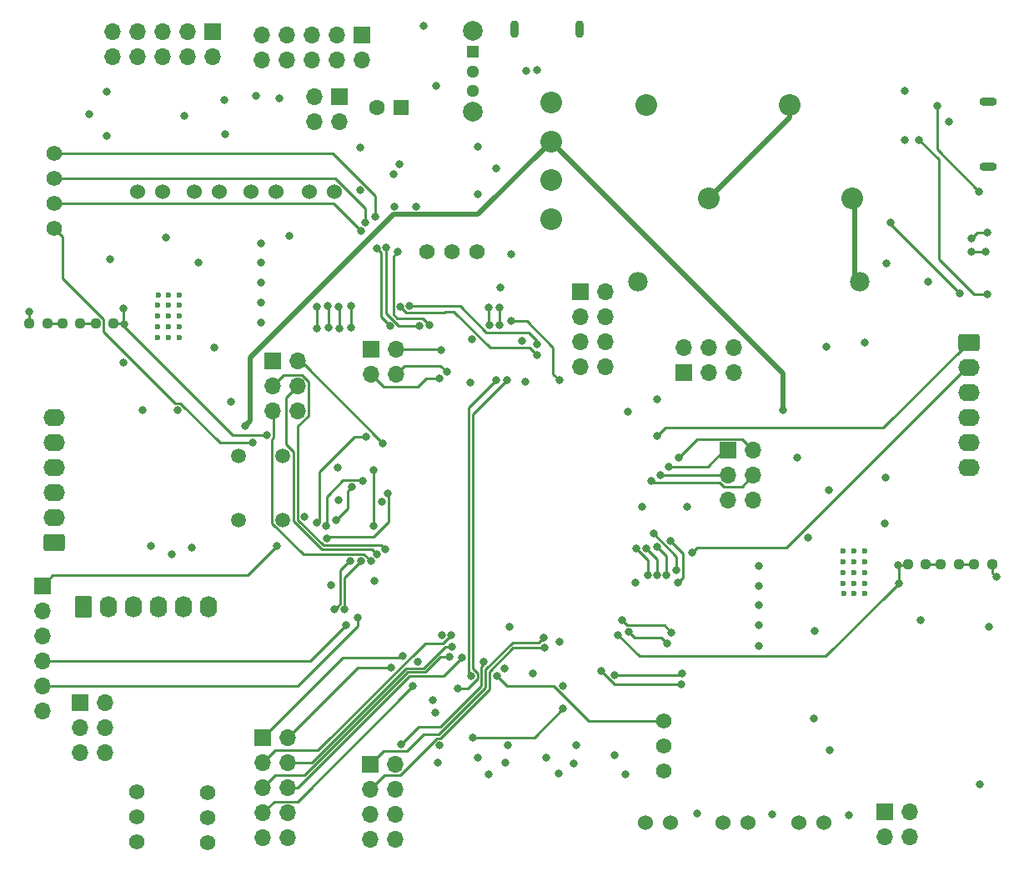
<source format=gbr>
%TF.GenerationSoftware,KiCad,Pcbnew,9.0.2*%
%TF.CreationDate,2025-06-03T12:39:49-07:00*%
%TF.ProjectId,MainBoard,4d61696e-426f-4617-9264-2e6b69636164,0.3*%
%TF.SameCoordinates,Original*%
%TF.FileFunction,Copper,L4,Bot*%
%TF.FilePolarity,Positive*%
%FSLAX46Y46*%
G04 Gerber Fmt 4.6, Leading zero omitted, Abs format (unit mm)*
G04 Created by KiCad (PCBNEW 9.0.2) date 2025-06-03 12:39:49*
%MOMM*%
%LPD*%
G01*
G04 APERTURE LIST*
G04 Aperture macros list*
%AMRoundRect*
0 Rectangle with rounded corners*
0 $1 Rounding radius*
0 $2 $3 $4 $5 $6 $7 $8 $9 X,Y pos of 4 corners*
0 Add a 4 corners polygon primitive as box body*
4,1,4,$2,$3,$4,$5,$6,$7,$8,$9,$2,$3,0*
0 Add four circle primitives for the rounded corners*
1,1,$1+$1,$2,$3*
1,1,$1+$1,$4,$5*
1,1,$1+$1,$6,$7*
1,1,$1+$1,$8,$9*
0 Add four rect primitives between the rounded corners*
20,1,$1+$1,$2,$3,$4,$5,0*
20,1,$1+$1,$4,$5,$6,$7,0*
20,1,$1+$1,$6,$7,$8,$9,0*
20,1,$1+$1,$8,$9,$2,$3,0*%
G04 Aperture macros list end*
%TA.AperFunction,ComponentPad*%
%ADD10C,1.524000*%
%TD*%
%TA.AperFunction,ComponentPad*%
%ADD11RoundRect,0.250000X-0.845000X0.620000X-0.845000X-0.620000X0.845000X-0.620000X0.845000X0.620000X0*%
%TD*%
%TA.AperFunction,ComponentPad*%
%ADD12O,2.190000X1.740000*%
%TD*%
%TA.AperFunction,ComponentPad*%
%ADD13C,1.574800*%
%TD*%
%TA.AperFunction,ComponentPad*%
%ADD14RoundRect,0.250000X0.845000X-0.620000X0.845000X0.620000X-0.845000X0.620000X-0.845000X-0.620000X0*%
%TD*%
%TA.AperFunction,ComponentPad*%
%ADD15R,1.700000X1.700000*%
%TD*%
%TA.AperFunction,ComponentPad*%
%ADD16O,1.700000X1.700000*%
%TD*%
%TA.AperFunction,ComponentPad*%
%ADD17C,0.600000*%
%TD*%
%TA.AperFunction,ComponentPad*%
%ADD18R,1.295400X1.295400*%
%TD*%
%TA.AperFunction,ComponentPad*%
%ADD19C,1.295400*%
%TD*%
%TA.AperFunction,ComponentPad*%
%ADD20C,2.000000*%
%TD*%
%TA.AperFunction,ComponentPad*%
%ADD21RoundRect,0.250000X-0.620000X-0.845000X0.620000X-0.845000X0.620000X0.845000X-0.620000X0.845000X0*%
%TD*%
%TA.AperFunction,ComponentPad*%
%ADD22O,1.740000X2.190000*%
%TD*%
%TA.AperFunction,ComponentPad*%
%ADD23O,1.800000X0.900000*%
%TD*%
%TA.AperFunction,ComponentPad*%
%ADD24C,1.507998*%
%TD*%
%TA.AperFunction,ComponentPad*%
%ADD25C,2.209800*%
%TD*%
%TA.AperFunction,ComponentPad*%
%ADD26R,1.600000X1.600000*%
%TD*%
%TA.AperFunction,ComponentPad*%
%ADD27C,1.600000*%
%TD*%
%TA.AperFunction,ComponentPad*%
%ADD28O,0.900000X1.800000*%
%TD*%
%TA.AperFunction,ComponentPad*%
%ADD29C,1.980000*%
%TD*%
%TA.AperFunction,SMDPad,CuDef*%
%ADD30RoundRect,0.237500X0.250000X0.237500X-0.250000X0.237500X-0.250000X-0.237500X0.250000X-0.237500X0*%
%TD*%
%TA.AperFunction,SMDPad,CuDef*%
%ADD31RoundRect,0.237500X-0.250000X-0.237500X0.250000X-0.237500X0.250000X0.237500X-0.250000X0.237500X0*%
%TD*%
%TA.AperFunction,ViaPad*%
%ADD32C,0.800000*%
%TD*%
%TA.AperFunction,Conductor*%
%ADD33C,0.250000*%
%TD*%
%TA.AperFunction,Conductor*%
%ADD34C,0.500000*%
%TD*%
G04 APERTURE END LIST*
D10*
%TO.P,SW8,1,A*%
%TO.N,+3.3V*%
X189060000Y-100300000D03*
%TO.P,SW8,2,B*%
%TO.N,/Bump2*%
X191600000Y-100300000D03*
%TD*%
D11*
%TO.P,U11,1,PhaseA*%
%TO.N,/IC1*%
X261925000Y-115570000D03*
D12*
%TO.P,U11,2,PhaseB*%
%TO.N,/IC2*%
X261925000Y-118110000D03*
%TO.P,U11,3,Vcc*%
%TO.N,+3.3V*%
X261925000Y-120650000D03*
%TO.P,U11,4,GND*%
%TO.N,GND*%
X261925000Y-123190000D03*
%TO.P,U11,5,M+*%
%TO.N,Net-(U11-M+)*%
X261925000Y-125730000D03*
%TO.P,U11,6,M-*%
%TO.N,Net-(U11-M-)*%
X261925000Y-128270000D03*
%TD*%
D13*
%TO.P,J15,1,Pin_1*%
%TO.N,+3.3V*%
X177450000Y-166350000D03*
%TO.P,J15,2,Pin_2*%
%TO.N,GND*%
X177450000Y-163810000D03*
%TO.P,J15,3,Pin_3*%
%TO.N,/Refl3*%
X177450000Y-161270000D03*
%TD*%
D14*
%TO.P,U12,1,PhaseA*%
%TO.N,/IC3*%
X169100000Y-135890000D03*
D12*
%TO.P,U12,2,PhaseB*%
%TO.N,/IC4*%
X169100000Y-133350000D03*
%TO.P,U12,3,Vcc*%
%TO.N,+3.3V*%
X169100000Y-130810000D03*
%TO.P,U12,4,GND*%
%TO.N,GND*%
X169100000Y-128270000D03*
%TO.P,U12,5,M+*%
%TO.N,Net-(U12-M+)*%
X169100000Y-125730000D03*
%TO.P,U12,6,M-*%
%TO.N,Net-(U12-M-)*%
X169100000Y-123190000D03*
%TD*%
D15*
%TO.P,J1,1,Pin_1*%
%TO.N,Net-(J1-Pin_1)*%
X167850000Y-140300000D03*
D16*
%TO.P,J1,2,Pin_2*%
%TO.N,+3.3V*%
X167850000Y-142840000D03*
%TO.P,J1,3,Pin_3*%
%TO.N,GND*%
X167850000Y-145380000D03*
%TO.P,J1,4,Pin_4*%
%TO.N,Net-(J1-Pin_4)*%
X167850000Y-147920000D03*
%TO.P,J1,5,Pin_5*%
%TO.N,Net-(J1-Pin_5)*%
X167850000Y-150460000D03*
%TO.P,J1,6,Pin_6*%
%TO.N,unconnected-(J1-Pin_6-Pad6)*%
X167850000Y-153000000D03*
%TD*%
D15*
%TO.P,J18,1,Pin_1*%
%TO.N,/SDA2*%
X253360000Y-163300000D03*
D16*
%TO.P,J18,2,Pin_2*%
%TO.N,GND*%
X255900000Y-163300000D03*
%TO.P,J18,3,Pin_3*%
%TO.N,/SCL2*%
X253360000Y-165840000D03*
%TO.P,J18,4,Pin_4*%
%TO.N,GND*%
X255900000Y-165840000D03*
%TD*%
D13*
%TO.P,J14,1,Pin_1*%
%TO.N,+3.3V*%
X184673800Y-166390000D03*
%TO.P,J14,2,Pin_2*%
%TO.N,GND*%
X184673800Y-163850000D03*
%TO.P,J14,3,Pin_3*%
%TO.N,/Refl2*%
X184673800Y-161310000D03*
%TD*%
%TO.P,D8,1,A1*%
%TO.N,Net-(D8-A1)*%
X211990000Y-106376200D03*
%TO.P,D8,2,K*%
%TO.N,GND*%
X209450000Y-106376200D03*
%TO.P,D8,3,A2*%
%TO.N,Net-(D8-A2)*%
X206910000Y-106376200D03*
%TD*%
D15*
%TO.P,J3,1,Pin_1*%
%TO.N,+5V*%
X200300000Y-84360000D03*
D16*
%TO.P,J3,2,Pin_2*%
%TO.N,GND*%
X200300000Y-86900000D03*
%TO.P,J3,3,Pin_3*%
%TO.N,+5V*%
X197760000Y-84360000D03*
%TO.P,J3,4,Pin_4*%
%TO.N,GND*%
X197760000Y-86900000D03*
%TO.P,J3,5,Pin_5*%
%TO.N,+5V*%
X195220000Y-84360000D03*
%TO.P,J3,6,Pin_6*%
%TO.N,GND*%
X195220000Y-86900000D03*
%TO.P,J3,7,Pin_7*%
%TO.N,+5V*%
X192680000Y-84360000D03*
%TO.P,J3,8,Pin_8*%
%TO.N,GND*%
X192680000Y-86900000D03*
%TO.P,J3,9,Pin_9*%
%TO.N,+5V*%
X190140000Y-84360000D03*
%TO.P,J3,10,Pin_10*%
%TO.N,GND*%
X190140000Y-86900000D03*
%TD*%
D17*
%TO.P,U10,29,PAD*%
%TO.N,GND*%
X179600000Y-111799999D03*
X179600000Y-112899999D03*
X179600000Y-113999999D03*
X179600000Y-115100000D03*
X179620000Y-110779999D03*
X180700000Y-110779999D03*
X180700000Y-115100000D03*
X180700003Y-111799999D03*
X180700003Y-112899999D03*
X180700003Y-113999999D03*
X181760000Y-110779999D03*
X181800000Y-111799999D03*
X181800000Y-112899999D03*
X181800000Y-113999999D03*
X181800000Y-115100000D03*
%TD*%
D15*
%TO.P,J21,1,Pin_1*%
%TO.N,/RH15*%
X233010000Y-118650000D03*
D16*
%TO.P,J21,2,Pin_2*%
%TO.N,/RH14*%
X233010000Y-116110000D03*
%TO.P,J21,3,Pin_3*%
%TO.N,/RH13*%
X235550000Y-118650000D03*
%TO.P,J21,4,Pin_4*%
%TO.N,/RH12*%
X235550000Y-116110000D03*
%TO.P,J21,5,Pin_5*%
%TO.N,GND*%
X238090000Y-118650000D03*
%TO.P,J21,6,Pin_6*%
X238090000Y-116110000D03*
%TD*%
D15*
%TO.P,J19,1,Pin_1*%
%TO.N,/SCK4*%
X237510000Y-126560000D03*
D16*
%TO.P,J19,2,Pin_2*%
%TO.N,/SDI4*%
X240050000Y-126560000D03*
%TO.P,J19,3,Pin_3*%
%TO.N,/SS4\u002A*%
X237510000Y-129100000D03*
%TO.P,J19,4,Pin_4*%
%TO.N,/SDO4*%
X240050000Y-129100000D03*
%TO.P,J19,5,Pin_5*%
%TO.N,GND*%
X237510000Y-131640000D03*
%TO.P,J19,6,Pin_6*%
X240050000Y-131640000D03*
%TD*%
D18*
%TO.P,SW2,1,A*%
%TO.N,Net-(J4-VBUS)*%
X211550000Y-86049999D03*
D19*
%TO.P,SW2,2,B*%
%TO.N,+5V*%
X211550000Y-88050000D03*
%TO.P,SW2,3,C*%
%TO.N,unconnected-(SW2-C-Pad3)*%
X211550000Y-90050001D03*
D20*
%TO.P,SW2,4*%
%TO.N,N/C*%
X211550000Y-83949999D03*
%TO.P,SW2,5*%
X211550000Y-92150000D03*
%TD*%
D17*
%TO.P,U13,29,PAD*%
%TO.N,GND*%
X251400000Y-140099999D03*
X251400000Y-138999999D03*
X251400000Y-137899999D03*
X251400000Y-136799998D03*
X251380000Y-141119999D03*
X250300000Y-141119999D03*
X250300000Y-136799998D03*
X250299997Y-140099999D03*
X250299997Y-138999999D03*
X250299997Y-137899999D03*
X249240000Y-141119999D03*
X249200000Y-140099999D03*
X249200000Y-138999999D03*
X249200000Y-137899999D03*
X249200000Y-136799998D03*
%TD*%
D21*
%TO.P,J20,1,Pin_1*%
%TO.N,/SCK2*%
X172055000Y-142450000D03*
D22*
%TO.P,J20,2,Pin_2*%
%TO.N,/SS2\u002A*%
X174595000Y-142450000D03*
%TO.P,J20,3,Pin_3*%
%TO.N,/SDO2*%
X177135000Y-142450000D03*
%TO.P,J20,4,Pin_4*%
%TO.N,/SDI2*%
X179675000Y-142450000D03*
%TO.P,J20,5,Pin_5*%
%TO.N,GND*%
X182215000Y-142450000D03*
%TO.P,J20,6,Pin_6*%
X184755000Y-142450000D03*
%TD*%
D15*
%TO.P,J8,1,Pin_1*%
%TO.N,/SCK3*%
X201160000Y-158430000D03*
D16*
%TO.P,J8,2,Pin_2*%
%TO.N,/SDO3*%
X203700000Y-158430000D03*
%TO.P,J8,3,Pin_3*%
%TO.N,/SS3\u002A*%
X201160000Y-160970000D03*
%TO.P,J8,4,Pin_4*%
%TO.N,/SDI3*%
X203700000Y-160970000D03*
%TO.P,J8,5,Pin_5*%
%TO.N,GND*%
X201160000Y-163510000D03*
%TO.P,J8,6,Pin_6*%
X203700000Y-163510000D03*
%TO.P,J8,7,Pin_7*%
%TO.N,/U4RX*%
X201160000Y-166050000D03*
%TO.P,J8,8,Pin_8*%
%TO.N,/U4TX*%
X203700000Y-166050000D03*
%TD*%
D15*
%TO.P,J2,1,Pin_1*%
%TO.N,Net-(J2-Pin_1)*%
X185140000Y-84060000D03*
D16*
%TO.P,J2,2,Pin_2*%
%TO.N,GND*%
X185140000Y-86600000D03*
%TO.P,J2,3,Pin_3*%
%TO.N,Net-(J2-Pin_1)*%
X182600000Y-84060000D03*
%TO.P,J2,4,Pin_4*%
%TO.N,GND*%
X182600000Y-86600000D03*
%TO.P,J2,5,Pin_5*%
%TO.N,Net-(J2-Pin_1)*%
X180060000Y-84060000D03*
%TO.P,J2,6,Pin_6*%
%TO.N,GND*%
X180060000Y-86600000D03*
%TO.P,J2,7,Pin_7*%
%TO.N,Net-(J2-Pin_1)*%
X177520000Y-84060000D03*
%TO.P,J2,8,Pin_8*%
%TO.N,GND*%
X177520000Y-86600000D03*
%TO.P,J2,9,Pin_9*%
%TO.N,Net-(J2-Pin_1)*%
X174980000Y-84060000D03*
%TO.P,J2,10,Pin_10*%
%TO.N,GND*%
X174980000Y-86600000D03*
%TD*%
D15*
%TO.P,J23,1,Pin_1*%
%TO.N,/U5TX*%
X171660000Y-152150000D03*
D16*
%TO.P,J23,2,Pin_2*%
%TO.N,/U5RX*%
X174200000Y-152150000D03*
%TO.P,J23,3,Pin_3*%
%TO.N,/U6TX*%
X171660000Y-154690000D03*
%TO.P,J23,4,Pin_4*%
%TO.N,/U6RX*%
X174200000Y-154690000D03*
%TO.P,J23,5,Pin_5*%
%TO.N,GND*%
X171660000Y-157230000D03*
%TO.P,J23,6,Pin_6*%
X174200000Y-157230000D03*
%TD*%
D10*
%TO.P,SW6,1,1*%
%TO.N,+3.3V*%
X231610128Y-164351200D03*
%TO.P,SW6,2,2*%
%TO.N,/Switch1*%
X229070128Y-164351200D03*
%TD*%
D23*
%TO.P,J9,S5*%
%TO.N,N/C*%
X263900000Y-97700000D03*
%TO.P,J9,S6*%
X263900000Y-91100000D03*
%TD*%
D10*
%TO.P,SW10,1,A*%
%TO.N,+3.3V*%
X177510000Y-100300000D03*
%TO.P,SW10,2,B*%
%TO.N,/Bump4*%
X180050000Y-100300000D03*
%TD*%
%TO.P,SW4,1,1*%
%TO.N,+3.3V*%
X239490128Y-164375000D03*
%TO.P,SW4,2,2*%
%TO.N,/Switch2*%
X236950128Y-164375000D03*
%TD*%
%TO.P,SW5,1,1*%
%TO.N,+3.3V*%
X247230128Y-164375000D03*
%TO.P,SW5,2,2*%
%TO.N,/Switch3*%
X244690128Y-164375000D03*
%TD*%
D15*
%TO.P,J25,1,Pin_1*%
%TO.N,/RE4*%
X201250000Y-116275000D03*
D16*
%TO.P,J25,2,Pin_2*%
%TO.N,/RE1*%
X203790000Y-116275000D03*
%TO.P,J25,3,Pin_3*%
%TO.N,/RG12*%
X201250000Y-118815000D03*
%TO.P,J25,4,Pin_4*%
%TO.N,/RG14*%
X203790000Y-118815000D03*
%TD*%
D24*
%TO.P,SW1,1*%
%TO.N,GND*%
X192300001Y-127099998D03*
%TO.P,SW1,2*%
%TO.N,N/C*%
X192300001Y-133600000D03*
%TO.P,SW1,3*%
X187800000Y-127099998D03*
%TO.P,SW1,4*%
%TO.N,Net-(C1-Pad1)*%
X187800000Y-133600000D03*
%TD*%
D15*
%TO.P,J26,1,Pin_1*%
%TO.N,+3.3V*%
X222460000Y-110400000D03*
D16*
%TO.P,J26,2,Pin_2*%
%TO.N,GND*%
X225000000Y-110400000D03*
%TO.P,J26,3,Pin_3*%
%TO.N,/IMU_INT2*%
X222460000Y-112940000D03*
%TO.P,J26,4,Pin_4*%
%TO.N,/SCK1*%
X225000000Y-112940000D03*
%TO.P,J26,5,Pin_5*%
%TO.N,/IMU_INT1*%
X222460000Y-115480000D03*
%TO.P,J26,6,Pin_6*%
%TO.N,/SS1\u002A*%
X225000000Y-115480000D03*
%TO.P,J26,7,Pin_7*%
%TO.N,/SDO1*%
X222460000Y-118020000D03*
%TO.P,J26,8,Pin_8*%
%TO.N,/SDI1*%
X225000000Y-118020000D03*
%TD*%
D25*
%TO.P,SW3,1,1*%
%TO.N,+5V*%
X219500000Y-103087200D03*
%TO.P,SW3,2,2*%
%TO.N,Net-(J4-VBUS)*%
X219500000Y-99124800D03*
%TO.P,SW3,3,3*%
%TO.N,Vdrive*%
X219500000Y-95162400D03*
%TO.P,SW3,4,4*%
%TO.N,Net-(F1-Pad1)*%
X219500000Y-91200000D03*
%TD*%
D26*
%TO.P,C15,1*%
%TO.N,+5V*%
X204305113Y-91700000D03*
D27*
%TO.P,C15,2*%
%TO.N,GND*%
X201805113Y-91700000D03*
%TD*%
D28*
%TO.P,J4,S5*%
%TO.N,N/C*%
X222400000Y-83800000D03*
%TO.P,J4,S6*%
X215800000Y-83800000D03*
%TD*%
D29*
%TO.P,F1,1*%
%TO.N,Net-(F1-Pad1)*%
X228350000Y-109400000D03*
%TO.P,F1,2*%
%TO.N,Net-(J5-Pin_1)*%
X250850000Y-109400000D03*
%TD*%
D13*
%TO.P,J13,1,Pin_1*%
%TO.N,+3.3V*%
X230973800Y-159140000D03*
%TO.P,J13,2,Pin_2*%
%TO.N,GND*%
X230973800Y-156600000D03*
%TO.P,J13,3,Pin_3*%
%TO.N,/Refl1*%
X230973800Y-154060000D03*
%TD*%
D10*
%TO.P,SW9,1,A*%
%TO.N,+3.3V*%
X183310000Y-100300000D03*
%TO.P,SW9,2,B*%
%TO.N,/Bump3*%
X185850000Y-100300000D03*
%TD*%
D25*
%TO.P,J6,1,Pin_1*%
%TO.N,Net-(J5-Pin_2)*%
X235500000Y-101000000D03*
%TO.P,J6,2,Pin_2*%
%TO.N,GND*%
X229150000Y-91500001D03*
%TD*%
D10*
%TO.P,SW7,1,A*%
%TO.N,+3.3V*%
X195000000Y-100300000D03*
%TO.P,SW7,2,B*%
%TO.N,/Bump1*%
X197540000Y-100300000D03*
%TD*%
D13*
%TO.P,J24,1,Pin_1*%
%TO.N,/U2TX*%
X169100000Y-104000000D03*
%TO.P,J24,2,Pin_2*%
%TO.N,/U2RX*%
X169100000Y-101460000D03*
%TO.P,J24,3,Pin_3*%
%TO.N,/GPS_Reset*%
X169100000Y-98920000D03*
%TO.P,J24,4,Pin_4*%
%TO.N,/GPS_INT*%
X169100000Y-96380000D03*
%TD*%
D15*
%TO.P,J7,1,Pin_1*%
%TO.N,/RA9*%
X190250000Y-155740000D03*
D16*
%TO.P,J7,2,Pin_2*%
%TO.N,/RA10*%
X192790000Y-155740000D03*
%TO.P,J7,3,Pin_3*%
%TO.N,/RH0*%
X190250000Y-158280000D03*
%TO.P,J7,4,Pin_4*%
%TO.N,/RH1*%
X192790000Y-158280000D03*
%TO.P,J7,5,Pin_5*%
%TO.N,/RH2*%
X190250000Y-160820000D03*
%TO.P,J7,6,Pin_6*%
%TO.N,/RH3*%
X192790000Y-160820000D03*
%TO.P,J7,7,Pin_7*%
%TO.N,/RB8*%
X190250000Y-163360000D03*
%TO.P,J7,8,Pin_8*%
%TO.N,/RK1*%
X192790000Y-163360000D03*
%TO.P,J7,9,Pin_9*%
%TO.N,/RK2*%
X190250000Y-165900000D03*
%TO.P,J7,10,Pin_10*%
%TO.N,/RK3*%
X192790000Y-165900000D03*
%TD*%
D15*
%TO.P,J16,1,Pin_1*%
%TO.N,/RE7*%
X191210000Y-117510000D03*
D16*
%TO.P,J16,2,Pin_2*%
%TO.N,/RJ8*%
X193750000Y-117510000D03*
%TO.P,J16,3,Pin_3*%
%TO.N,/RJ13*%
X191210000Y-120050000D03*
%TO.P,J16,4,Pin_4*%
%TO.N,/RJ14*%
X193750000Y-120050000D03*
%TO.P,J16,5,Pin_5*%
%TO.N,/RJ15*%
X191210000Y-122590000D03*
%TO.P,J16,6,Pin_6*%
%TO.N,GND*%
X193750000Y-122590000D03*
%TD*%
D25*
%TO.P,J5,1,Pin_1*%
%TO.N,Net-(J5-Pin_1)*%
X250100000Y-100999999D03*
%TO.P,J5,2,Pin_2*%
%TO.N,Net-(J5-Pin_2)*%
X243750000Y-91500000D03*
%TD*%
D15*
%TO.P,J22,1,Pin_1*%
%TO.N,/U3TX*%
X198050000Y-90650000D03*
D16*
%TO.P,J22,2,Pin_2*%
%TO.N,GND*%
X198050000Y-93190000D03*
%TO.P,J22,3,Pin_3*%
%TO.N,/U3RX*%
X195510000Y-90650000D03*
%TO.P,J22,4,Pin_4*%
%TO.N,GND*%
X195510000Y-93190000D03*
%TD*%
D30*
%TO.P,R49,1*%
%TO.N,Net-(R49-Pad1)*%
X260925000Y-138125000D03*
%TO.P,R49,2*%
%TO.N,Net-(R36-Pad1)*%
X259100000Y-138125000D03*
%TD*%
D31*
%TO.P,R26,1*%
%TO.N,Net-(R26-Pad1)*%
X173275000Y-113700000D03*
%TO.P,R26,2*%
%TO.N,/MotorCurrent1*%
X175100000Y-113700000D03*
%TD*%
D30*
%TO.P,R36,1*%
%TO.N,Net-(R36-Pad1)*%
X257562500Y-138125000D03*
%TO.P,R36,2*%
%TO.N,/MotorCurrent2*%
X255737500Y-138125000D03*
%TD*%
D31*
%TO.P,R47,1*%
%TO.N,Net-(R47-Pad1)*%
X169900000Y-113700000D03*
%TO.P,R47,2*%
%TO.N,Net-(R26-Pad1)*%
X171725000Y-113700000D03*
%TD*%
%TO.P,R48,1*%
%TO.N,GND*%
X166525000Y-113700000D03*
%TO.P,R48,2*%
%TO.N,Net-(R47-Pad1)*%
X168350000Y-113700000D03*
%TD*%
D30*
%TO.P,R50,1*%
%TO.N,GND*%
X264300000Y-138125000D03*
%TO.P,R50,2*%
%TO.N,Net-(R49-Pad1)*%
X262475000Y-138125000D03*
%TD*%
D32*
%TO.N,GND*%
X247500000Y-116000000D03*
X183050000Y-136400000D03*
X208200000Y-156500000D03*
X202310556Y-131798056D03*
X216925501Y-119600000D03*
X259900000Y-93150000D03*
X215100000Y-156500000D03*
X176100000Y-117650000D03*
X215258526Y-144491472D03*
X220400333Y-145999667D03*
X212100000Y-100500000D03*
X213900000Y-97900000D03*
X197859787Y-128309787D03*
X187000000Y-121600000D03*
X247800000Y-157000000D03*
X225994063Y-157486643D03*
X222100000Y-156500000D03*
X217700000Y-149250000D03*
X253500000Y-129300000D03*
X192950000Y-104750000D03*
X257050000Y-143825500D03*
X251400000Y-115600000D03*
X247700000Y-130600000D03*
X180400000Y-104900000D03*
X244500000Y-127300000D03*
X186400000Y-94400000D03*
X181034787Y-137084787D03*
X172600000Y-92400000D03*
X249790128Y-163575000D03*
X166525000Y-112500000D03*
X189575000Y-90550000D03*
X174750000Y-107150000D03*
X218100000Y-87900000D03*
X191950000Y-90800000D03*
X246300000Y-144900000D03*
X263950000Y-144450000D03*
X201562500Y-139850000D03*
X241990128Y-163525000D03*
X217000000Y-88000000D03*
X263050000Y-160500000D03*
X253400000Y-134000000D03*
X183750000Y-107450000D03*
X204100000Y-97500000D03*
X178050000Y-122450000D03*
X206600000Y-83475000D03*
X174400000Y-90100000D03*
X181600000Y-122450000D03*
X207500000Y-151950000D03*
X174400000Y-94600000D03*
X257800000Y-109400000D03*
X186300000Y-91000000D03*
X219000000Y-157800000D03*
X211300000Y-119700000D03*
X178900000Y-136250000D03*
X264700000Y-139425000D03*
X182300000Y-92600000D03*
X228776944Y-132276944D03*
X253600000Y-107530000D03*
X200100000Y-95800000D03*
X200100000Y-100100000D03*
X212100000Y-95700000D03*
X228050000Y-140000000D03*
X208426944Y-145326944D03*
X212100000Y-157800000D03*
X234340128Y-163475000D03*
X227336051Y-122636051D03*
%TO.N,+3.3V*%
X194500000Y-133300000D03*
X245600000Y-135400000D03*
X216600000Y-115400000D03*
X213200000Y-159500000D03*
X240600000Y-146400000D03*
X240600000Y-142300000D03*
X240600000Y-144300000D03*
X190100000Y-111550000D03*
X214900000Y-158300000D03*
X240600000Y-138300000D03*
X207800000Y-89500000D03*
X190050000Y-107500000D03*
X230300000Y-121400000D03*
X203500000Y-98500000D03*
X190100000Y-113550000D03*
X205950000Y-148000000D03*
X205800000Y-101800000D03*
X208000000Y-158300000D03*
X185300000Y-116100000D03*
X240600000Y-140300000D03*
X214800356Y-148700351D03*
X190050000Y-109550000D03*
X255400000Y-95000000D03*
X220300000Y-159400000D03*
X190100000Y-105500000D03*
X197200000Y-140213420D03*
X254000000Y-103400000D03*
X203600000Y-101800000D03*
X246200000Y-153800000D03*
X227100000Y-159500000D03*
X220700000Y-150450000D03*
X214350000Y-110050000D03*
X261050354Y-110650353D03*
X207750000Y-153162500D03*
X197900000Y-131650000D03*
X211500000Y-115300000D03*
X221800000Y-158400000D03*
X255400000Y-90000000D03*
X215485556Y-106664444D03*
X233300000Y-132250000D03*
%TO.N,Net-(J1-Pin_1)*%
X191650000Y-136275000D03*
%TO.N,Net-(J1-Pin_4)*%
X198700000Y-144309814D03*
%TO.N,Net-(J1-Pin_5)*%
X199875000Y-143525000D03*
%TO.N,/RB8*%
X205500000Y-150500000D03*
%TO.N,/Refl1*%
X214000000Y-149450000D03*
%TO.N,/Refl2*%
X198499503Y-142700000D03*
X200200000Y-137775000D03*
%TO.N,/Refl3*%
X197550000Y-142700000D03*
X199100000Y-137775000D03*
%TO.N,/SDA2*%
X232389694Y-140018292D03*
X231653888Y-135796112D03*
%TO.N,/SCL2*%
X229926944Y-135023056D03*
X232250000Y-138700000D03*
%TO.N,/RH0*%
X209401731Y-145306046D03*
%TO.N,/RH1*%
X209439127Y-146514762D03*
%TO.N,/RJ13*%
X202657370Y-136624500D03*
%TO.N,/RH2*%
X209200000Y-147550000D03*
%TO.N,/RJ14*%
X201821956Y-137075764D03*
%TO.N,/RH3*%
X210450000Y-147600000D03*
%TO.N,/RJ15*%
X201239950Y-137825980D03*
%TO.N,/U2TX*%
X189250000Y-125800000D03*
%TO.N,Net-(D9-K)*%
X262200000Y-105000000D03*
X263800000Y-104400000D03*
%TO.N,/U2RX*%
X203166055Y-113933945D03*
X200200000Y-104250000D03*
X201800000Y-106050000D03*
%TO.N,/U3TX*%
X205150000Y-111900000D03*
X218100000Y-115800000D03*
%TO.N,/U3RX*%
X218100000Y-116900000D03*
X204202910Y-111967649D03*
%TO.N,/RA9*%
X204430444Y-147480444D03*
%TO.N,/RA10*%
X203280444Y-148630444D03*
%TO.N,/U6TX*%
X201450000Y-134250000D03*
X201510340Y-128575500D03*
%TO.N,/Switch1*%
X228165980Y-136525500D03*
X229350000Y-139250000D03*
%TO.N,/RG12*%
X208209423Y-119227463D03*
%TO.N,/RG14*%
X208900000Y-118575000D03*
%TO.N,/SCK3*%
X218724501Y-145550000D03*
%TO.N,/SDO3*%
X212650000Y-148000000D03*
X204300000Y-156400000D03*
%TO.N,/SS3\u002A*%
X218850000Y-146600000D03*
%TO.N,/RE1*%
X208325000Y-116350000D03*
%TO.N,/SCK4*%
X231450000Y-128200000D03*
%TO.N,/SDO4*%
X229650000Y-129700000D03*
%TO.N,/Switch2*%
X230300000Y-139250000D03*
X229200000Y-136525500D03*
%TO.N,/Switch3*%
X230300000Y-136350000D03*
X231249503Y-139250000D03*
%TO.N,/SS4\u002A*%
X230596809Y-129043540D03*
%TO.N,/SDI4*%
X232457370Y-127307370D03*
%TO.N,/SDO5*%
X211359787Y-149459786D03*
X213924500Y-119400000D03*
%TO.N,/SDI5*%
X215050000Y-119400000D03*
X210051906Y-150710761D03*
%TO.N,/SCK6*%
X232850000Y-149250000D03*
X225975500Y-149396660D03*
%TO.N,/SDO6*%
X231750000Y-145050000D03*
X226701000Y-143800000D03*
%TO.N,/SS6\u002A*%
X224612476Y-148987524D03*
X232700000Y-150350000D03*
%TO.N,/SDI6*%
X227375500Y-144974500D03*
X231324500Y-146200000D03*
%TO.N,/SCK2*%
X196674032Y-134197201D03*
X200400000Y-129675500D03*
%TO.N,/SDI2*%
X197699266Y-133672527D03*
X199300000Y-130274500D03*
%TO.N,/SDO2*%
X202900000Y-130924501D03*
X196775868Y-135532616D03*
%TO.N,/IC2*%
X233850000Y-136925500D03*
%TO.N,/IC3*%
X195767244Y-133915616D03*
X200700000Y-125150000D03*
%TO.N,/IC1*%
X230299527Y-125075500D03*
%TO.N,/Bump1*%
X199200000Y-111850000D03*
X199200000Y-114075000D03*
%TO.N,/Bump2*%
X197950000Y-111950000D03*
X198000000Y-114125000D03*
%TO.N,/Bump3*%
X196900000Y-114100000D03*
X196875000Y-111900000D03*
%TO.N,/Bump4*%
X195750000Y-111950000D03*
X195700000Y-114150000D03*
%TO.N,/LED2*%
X211600000Y-155700000D03*
X220719870Y-152769870D03*
%TO.N,/GPS_INT*%
X207175000Y-113824500D03*
X201700000Y-102850000D03*
X203950000Y-106400000D03*
%TO.N,/GPS_Reset*%
X200650000Y-103400000D03*
X206175000Y-113875000D03*
X202800000Y-105950000D03*
%TO.N,/Status_Yellow*%
X214250000Y-113824500D03*
X214250000Y-112025500D03*
%TO.N,/Status_Green*%
X213250000Y-113824500D03*
X213200000Y-112025500D03*
%TO.N,Vdrive*%
X188450000Y-124100000D03*
X243100000Y-122500000D03*
%TO.N,Net-(D9-A)*%
X263000000Y-100300000D03*
X258700000Y-91600000D03*
%TO.N,Net-(D10-K)*%
X262200500Y-106400000D03*
X263600000Y-106400000D03*
%TO.N,Net-(D10-A)*%
X256900000Y-95000000D03*
X263800000Y-110700000D03*
%TO.N,/MotorCurrent1*%
X176125000Y-112100500D03*
X176175000Y-113725500D03*
X190673056Y-124973056D03*
%TO.N,/MotorCurrent2*%
X254773435Y-138174498D03*
X254800000Y-140100000D03*
X226324500Y-145300000D03*
%TO.N,/Dir2*%
X220339194Y-119414695D03*
X215459674Y-113413562D03*
%TO.N,/RJ8*%
X202460933Y-125864821D03*
%TD*%
D33*
%TO.N,GND*%
X166525000Y-112500000D02*
X166525000Y-113700000D01*
X264300000Y-138125000D02*
X264300000Y-139025000D01*
X264300000Y-139025000D02*
X264700000Y-139425000D01*
%TO.N,+3.3V*%
X261050354Y-110650353D02*
X254000000Y-103599999D01*
X254000000Y-103599999D02*
X254000000Y-103400000D01*
%TO.N,Net-(J1-Pin_1)*%
X167850000Y-140300000D02*
X168905000Y-139245000D01*
X168905000Y-139245000D02*
X188680000Y-139245000D01*
X188680000Y-139245000D02*
X191650000Y-136275000D01*
%TO.N,Net-(J1-Pin_4)*%
X167850000Y-147920000D02*
X195089814Y-147920000D01*
X195089814Y-147920000D02*
X198700000Y-144309814D01*
%TO.N,Net-(J1-Pin_5)*%
X199875000Y-144375000D02*
X193790000Y-150460000D01*
X193790000Y-150460000D02*
X167850000Y-150460000D01*
X199875000Y-143525000D02*
X199875000Y-144375000D01*
%TO.N,/RB8*%
X193766000Y-162234000D02*
X205500000Y-150500000D01*
X191376000Y-162234000D02*
X193766000Y-162234000D01*
X190250000Y-163360000D02*
X191376000Y-162234000D01*
%TO.N,/Refl1*%
X215050000Y-150500000D02*
X219795405Y-150500000D01*
X223355405Y-154060000D02*
X230973800Y-154060000D01*
X214000000Y-149450000D02*
X215050000Y-150500000D01*
X219795405Y-150500000D02*
X223355405Y-154060000D01*
%TO.N,/Refl2*%
X198499503Y-139500497D02*
X198499503Y-142700000D01*
X200200000Y-137800000D02*
X198499503Y-139500497D01*
X200200000Y-137775000D02*
X200200000Y-137800000D01*
%TO.N,/Refl3*%
X198099503Y-142145405D02*
X197824503Y-142420405D01*
X197824503Y-142420405D02*
X197824503Y-142425497D01*
X197824503Y-142425497D02*
X197550000Y-142700000D01*
X199025000Y-137775000D02*
X198099503Y-138700497D01*
X199100000Y-137775000D02*
X199025000Y-137775000D01*
X198099503Y-138700497D02*
X198099503Y-142145405D01*
%TO.N,/SDA2*%
X232925000Y-139482986D02*
X232389694Y-140018292D01*
X231653888Y-135796112D02*
X232925000Y-137067224D01*
X232925000Y-137067224D02*
X232925000Y-139482986D01*
%TO.N,/SCL2*%
X232250000Y-137346112D02*
X229926944Y-135023056D01*
X232250000Y-138700000D02*
X232250000Y-137346112D01*
%TO.N,/RH0*%
X208548196Y-146159581D02*
X206740419Y-146159581D01*
X191480000Y-157050000D02*
X190720000Y-157810000D01*
X195850000Y-157050000D02*
X191480000Y-157050000D01*
X206740419Y-146159581D02*
X195850000Y-157050000D01*
X209401731Y-145306046D02*
X208548196Y-146159581D01*
%TO.N,/RH1*%
X195185686Y-158280000D02*
X193220000Y-158280000D01*
X204790686Y-148675000D02*
X195185686Y-158280000D01*
X208758701Y-146514762D02*
X206598463Y-148675000D01*
X209439127Y-146514762D02*
X208758701Y-146514762D01*
X206598463Y-148675000D02*
X204790686Y-148675000D01*
%TO.N,/RJ13*%
X196407616Y-136207616D02*
X193825000Y-133625000D01*
X202232870Y-136200000D02*
X197063079Y-136200000D01*
X193825000Y-133625000D02*
X193825000Y-124105991D01*
X192335000Y-118925000D02*
X191210000Y-120050000D01*
X202657370Y-136624500D02*
X202232870Y-136200000D01*
X197055463Y-136207616D02*
X196407616Y-136207616D01*
X194215991Y-118925000D02*
X192335000Y-118925000D01*
X194875000Y-119584009D02*
X194215991Y-118925000D01*
X193825000Y-124105991D02*
X194875000Y-123055991D01*
X197063079Y-136200000D02*
X197055463Y-136207616D01*
X194875000Y-123055991D02*
X194875000Y-119584009D01*
%TO.N,/RH2*%
X191520000Y-159550000D02*
X190250000Y-160820000D01*
X208289149Y-147550000D02*
X206764148Y-149075000D01*
X194481372Y-159550000D02*
X191520000Y-159550000D01*
X204956372Y-149075000D02*
X194481372Y-159550000D01*
X206764148Y-149075000D02*
X204956372Y-149075000D01*
X209200000Y-147550000D02*
X208289149Y-147550000D01*
%TO.N,/RJ14*%
X197221148Y-136607616D02*
X196241931Y-136607616D01*
X196241931Y-136607616D02*
X193329000Y-133694685D01*
X193329000Y-133694685D02*
X193329000Y-126673772D01*
X193329000Y-126673772D02*
X192625000Y-125969772D01*
X197228764Y-136600000D02*
X197221148Y-136607616D01*
X201821956Y-137075764D02*
X201346192Y-136600000D01*
X192625000Y-125969772D02*
X192625000Y-121175000D01*
X192625000Y-121175000D02*
X193750000Y-120050000D01*
X201346192Y-136600000D02*
X197228764Y-136600000D01*
%TO.N,/RH3*%
X208575000Y-149475000D02*
X210450000Y-147600000D01*
X193777058Y-160820000D02*
X205122058Y-149475000D01*
X205122058Y-149475000D02*
X208575000Y-149475000D01*
X193220000Y-160820000D02*
X193777058Y-160820000D01*
%TO.N,/RJ15*%
X191200354Y-125400353D02*
X191348056Y-125252651D01*
X200514470Y-137100500D02*
X194345276Y-137100500D01*
X201239950Y-137825980D02*
X200514470Y-137100500D01*
X194345276Y-137100500D02*
X191200354Y-133955578D01*
X191200354Y-133955578D02*
X191200354Y-125400353D01*
X191348056Y-125252651D02*
X191348056Y-122728056D01*
%TO.N,/U2TX*%
X169950000Y-104850000D02*
X169950000Y-109125000D01*
X174075000Y-114500000D02*
X181350000Y-121775000D01*
X181879595Y-121775000D02*
X185904595Y-125800000D01*
X174075000Y-113250000D02*
X174075000Y-114500000D01*
X181350000Y-121775000D02*
X181879595Y-121775000D01*
X185904595Y-125800000D02*
X189250000Y-125800000D01*
X169100000Y-104000000D02*
X169950000Y-104850000D01*
X169950000Y-109125000D02*
X174075000Y-113250000D01*
%TO.N,Net-(D9-K)*%
X263800000Y-104400000D02*
X262800000Y-104400000D01*
X262800000Y-104400000D02*
X262200000Y-105000000D01*
%TO.N,/U2RX*%
X169100000Y-101460000D02*
X197410000Y-101460000D01*
X197410000Y-101460000D02*
X200200000Y-104250000D01*
X202250000Y-113017890D02*
X202250000Y-106500000D01*
X202250000Y-106500000D02*
X201800000Y-106050000D01*
X203166055Y-113933945D02*
X202250000Y-113017890D01*
%TO.N,/U3TX*%
X217250000Y-114550000D02*
X212950000Y-114550000D01*
X218100000Y-115400000D02*
X217250000Y-114550000D01*
X218100000Y-115800000D02*
X218100000Y-115400000D01*
X212950000Y-114550000D02*
X210300000Y-111900000D01*
X210300000Y-111900000D02*
X205150000Y-111900000D01*
%TO.N,/U3RX*%
X208725000Y-112575000D02*
X204810261Y-112575000D01*
X204810261Y-112575000D02*
X204202910Y-111967649D01*
X209654595Y-112500000D02*
X208800000Y-112500000D01*
X208800000Y-112500000D02*
X208725000Y-112575000D01*
X213304595Y-116150000D02*
X209654595Y-112500000D01*
X218100000Y-116900000D02*
X217350000Y-116150000D01*
X217350000Y-116150000D02*
X213304595Y-116150000D01*
%TO.N,/RA9*%
X204430444Y-147480444D02*
X204310888Y-147600000D01*
X198390000Y-147600000D02*
X190720000Y-155270000D01*
X204310888Y-147600000D02*
X198390000Y-147600000D01*
%TO.N,/RA10*%
X199880000Y-148650000D02*
X193260000Y-155270000D01*
X203260888Y-148650000D02*
X199880000Y-148650000D01*
X203280444Y-148630444D02*
X203260888Y-148650000D01*
%TO.N,/U6TX*%
X201510340Y-128575500D02*
X201500000Y-128585840D01*
X201500000Y-134200000D02*
X201450000Y-134250000D01*
X201500000Y-128585840D02*
X201500000Y-134200000D01*
%TO.N,/Switch1*%
X229350000Y-137709520D02*
X229350000Y-139250000D01*
X228165980Y-136525500D02*
X229350000Y-137709520D01*
%TO.N,/RG12*%
X206847537Y-119227463D02*
X205975000Y-120100000D01*
X208209423Y-119227463D02*
X206847537Y-119227463D01*
X205975000Y-120100000D02*
X202525000Y-120100000D01*
X202525000Y-120100000D02*
X201250000Y-118825000D01*
%TO.N,/RG14*%
X208290000Y-117965000D02*
X208900000Y-118575000D01*
X203790000Y-118815000D02*
X204640000Y-117965000D01*
X204640000Y-117965000D02*
X208290000Y-117965000D01*
%TO.N,/SCK3*%
X204900000Y-157100000D02*
X202490000Y-157100000D01*
X212834787Y-148815213D02*
X212834787Y-150699526D01*
X218724501Y-145550000D02*
X218224501Y-146050000D01*
X215600000Y-146050000D02*
X212834787Y-148815213D01*
X202490000Y-157100000D02*
X201160000Y-158430000D01*
X206575000Y-155425000D02*
X204900000Y-157100000D01*
X208109314Y-155425000D02*
X206575000Y-155425000D01*
X218224501Y-146050000D02*
X215600000Y-146050000D01*
X212834787Y-150699526D02*
X208109314Y-155425000D01*
%TO.N,/SDO3*%
X206100000Y-154600000D02*
X204300000Y-156400000D01*
X208300000Y-154600000D02*
X206100000Y-154600000D01*
X212434787Y-148528502D02*
X212434787Y-150465213D01*
X212650000Y-148313289D02*
X212434787Y-148528502D01*
X212434787Y-150465213D02*
X208300000Y-154600000D01*
X212650000Y-148000000D02*
X212650000Y-148313289D01*
%TO.N,/SS3\u002A*%
X215650000Y-146600000D02*
X213234787Y-149015213D01*
X207920405Y-155825000D02*
X204190405Y-159555000D01*
X218850000Y-146600000D02*
X215650000Y-146600000D01*
X208275000Y-155825000D02*
X207920405Y-155825000D01*
X213234787Y-149015213D02*
X213234787Y-150865211D01*
X202575000Y-159555000D02*
X201160000Y-160970000D01*
X213234787Y-150865211D02*
X208275000Y-155825000D01*
X204190405Y-159555000D02*
X202575000Y-159555000D01*
%TO.N,/RE1*%
X203790000Y-116275000D02*
X208250000Y-116275000D01*
X208250000Y-116275000D02*
X208325000Y-116350000D01*
%TO.N,/SCK4*%
X235450000Y-128200000D02*
X237090000Y-126560000D01*
X231450000Y-128200000D02*
X235450000Y-128200000D01*
%TO.N,/SDO4*%
X229650000Y-129700000D02*
X229750000Y-129800000D01*
X236619009Y-129800000D02*
X237044009Y-130225000D01*
X229750000Y-129800000D02*
X236619009Y-129800000D01*
X238925000Y-130225000D02*
X240050000Y-129100000D01*
X237044009Y-130225000D02*
X238925000Y-130225000D01*
%TO.N,/Switch2*%
X230300000Y-137625500D02*
X230300000Y-139250000D01*
X229200000Y-136525500D02*
X230300000Y-137625500D01*
%TO.N,/Switch3*%
X231249503Y-139250000D02*
X231249503Y-137299503D01*
X231249503Y-137299503D02*
X230300000Y-136350000D01*
%TO.N,/SS4\u002A*%
X230596809Y-129043540D02*
X230653269Y-129100000D01*
X230653269Y-129100000D02*
X237510000Y-129100000D01*
%TO.N,/SDI4*%
X234329740Y-125435000D02*
X238925000Y-125435000D01*
X232457370Y-127307370D02*
X234329740Y-125435000D01*
X238925000Y-125435000D02*
X240050000Y-126560000D01*
%TO.N,/SDO5*%
X211125000Y-149224999D02*
X211125000Y-122199500D01*
X211359787Y-149459786D02*
X211125000Y-149224999D01*
X211125000Y-122199500D02*
X213924500Y-119400000D01*
%TO.N,/SDI5*%
X210051906Y-150710761D02*
X211063407Y-150710761D01*
X211600000Y-148745404D02*
X211600000Y-122850000D01*
X212034787Y-149180191D02*
X211600000Y-148745404D01*
X211600000Y-122850000D02*
X215050000Y-119400000D01*
X211063407Y-150710761D02*
X212034787Y-149739381D01*
X212034787Y-149739381D02*
X212034787Y-149180191D01*
%TO.N,/SCK6*%
X232850000Y-149250000D02*
X232700000Y-149400000D01*
X232700000Y-149400000D02*
X225978840Y-149400000D01*
X225978840Y-149400000D02*
X225975500Y-149396660D01*
%TO.N,/SDO6*%
X230999500Y-144299500D02*
X227200500Y-144299500D01*
X231750000Y-145050000D02*
X230999500Y-144299500D01*
X227200500Y-144299500D02*
X226701000Y-143800000D01*
%TO.N,/SS6\u002A*%
X225974952Y-150350000D02*
X232700000Y-150350000D01*
X224612476Y-148987524D02*
X225974952Y-150350000D01*
%TO.N,/SDI6*%
X230724500Y-145600000D02*
X228001000Y-145600000D01*
X228001000Y-145600000D02*
X227375500Y-144974500D01*
X231324500Y-146200000D02*
X230724500Y-145600000D01*
%TO.N,/SCK2*%
X196900000Y-131079719D02*
X198379719Y-129600000D01*
X196740213Y-134131020D02*
X196740213Y-131259787D01*
X196740213Y-131259787D02*
X196900000Y-131100000D01*
X196674032Y-134197201D02*
X196740213Y-134131020D01*
X196900000Y-131100000D02*
X196900000Y-131079719D01*
X198379719Y-129600000D02*
X200324500Y-129600000D01*
X200324500Y-129600000D02*
X200400000Y-129675500D01*
%TO.N,/SDI2*%
X198900000Y-132471793D02*
X198900000Y-130674500D01*
X198900000Y-130674500D02*
X199300000Y-130274500D01*
X197699266Y-133672527D02*
X198900000Y-132471793D01*
%TO.N,/SDO2*%
X201508630Y-135291370D02*
X202985556Y-133814444D01*
X196775868Y-135532616D02*
X197017114Y-135291370D01*
X202985556Y-133814444D02*
X202985556Y-131010057D01*
X202985556Y-131010057D02*
X202900000Y-130924501D01*
X197017114Y-135291370D02*
X201508630Y-135291370D01*
%TO.N,/IC2*%
X234375500Y-136400000D02*
X243420000Y-136400000D01*
X233850000Y-136925500D02*
X234375500Y-136400000D01*
X243420000Y-136400000D02*
X261710000Y-118110000D01*
%TO.N,/IC3*%
X196000000Y-133682860D02*
X195767244Y-133915616D01*
X200700000Y-125150000D02*
X199550000Y-125150000D01*
X196000000Y-128700000D02*
X196000000Y-133682860D01*
X199550000Y-125150000D02*
X196000000Y-128700000D01*
%TO.N,/IC1*%
X230299527Y-125075500D02*
X231125027Y-124250000D01*
X231125027Y-124250000D02*
X253245000Y-124250000D01*
X253245000Y-124250000D02*
X261750000Y-115745000D01*
%TO.N,/Bump1*%
X199200000Y-111850000D02*
X199200000Y-114075000D01*
%TO.N,/Bump2*%
X198000000Y-112000000D02*
X198000000Y-114125000D01*
X197950000Y-111950000D02*
X198000000Y-112000000D01*
%TO.N,/Bump3*%
X196900000Y-111925000D02*
X196900000Y-114100000D01*
X196875000Y-111900000D02*
X196900000Y-111925000D01*
%TO.N,/Bump4*%
X195750000Y-114100000D02*
X195700000Y-114150000D01*
X195750000Y-111950000D02*
X195750000Y-114100000D01*
%TO.N,/LED2*%
X211600000Y-155700000D02*
X217789740Y-155700000D01*
X217789740Y-155700000D02*
X220719870Y-152769870D01*
%TO.N,/GPS_INT*%
X203500000Y-112748315D02*
X203500000Y-106850000D01*
X203500000Y-106850000D02*
X203950000Y-106400000D01*
X206448315Y-113123315D02*
X203875000Y-113123315D01*
X207149500Y-113824500D02*
X206448315Y-113123315D01*
X169100000Y-96380000D02*
X197334595Y-96380000D01*
X207175000Y-113824500D02*
X207149500Y-113824500D01*
X197334595Y-96380000D02*
X201700000Y-100745405D01*
X201700000Y-100745405D02*
X201700000Y-102850000D01*
X203875000Y-113123315D02*
X203500000Y-112748315D01*
%TO.N,/GPS_Reset*%
X197626540Y-98920000D02*
X200650000Y-101943460D01*
X202800000Y-112614001D02*
X202800000Y-105950000D01*
X206175000Y-113875000D02*
X204060999Y-113875000D01*
X169100000Y-98920000D02*
X197626540Y-98920000D01*
X204060999Y-113875000D02*
X202800000Y-112614001D01*
X200650000Y-101943460D02*
X200650000Y-103400000D01*
%TO.N,/Status_Yellow*%
X214250000Y-112025500D02*
X214250000Y-113824500D01*
%TO.N,/Status_Green*%
X213200000Y-112025500D02*
X213200000Y-113700000D01*
X213200000Y-113700000D02*
X213250000Y-113750000D01*
X213250000Y-113750000D02*
X213250000Y-113824500D01*
D34*
%TO.N,Vdrive*%
X203500000Y-102600000D02*
X212062400Y-102600000D01*
X243100000Y-118762400D02*
X219500000Y-95162400D01*
X188450000Y-124100000D02*
X188950000Y-123600000D01*
X212062400Y-102600000D02*
X219500000Y-95162400D01*
X188950000Y-117150000D02*
X203500000Y-102600000D01*
X243100000Y-122500000D02*
X243100000Y-118762400D01*
X188950000Y-123600000D02*
X188950000Y-117150000D01*
D33*
%TO.N,Net-(D9-A)*%
X258700000Y-96000000D02*
X263000000Y-100300000D01*
X258700000Y-91600000D02*
X258700000Y-96000000D01*
%TO.N,Net-(D10-K)*%
X262200500Y-106400000D02*
X263600000Y-106400000D01*
%TO.N,Net-(D10-A)*%
X258900000Y-97000000D02*
X258900000Y-107154595D01*
X258900000Y-107154595D02*
X262445405Y-110700000D01*
X262445405Y-110700000D02*
X263800000Y-110700000D01*
X256900000Y-95000000D02*
X258900000Y-97000000D01*
%TO.N,/MotorCurrent1*%
X176175000Y-113725500D02*
X176149500Y-113700000D01*
X176125000Y-113675500D02*
X176175000Y-113725500D01*
X176149500Y-113700000D02*
X175100000Y-113700000D01*
X176175000Y-113974500D02*
X187173556Y-124973056D01*
X176175000Y-113725500D02*
X176175000Y-113974500D01*
X187173556Y-124973056D02*
X190673056Y-124973056D01*
X176125000Y-112100500D02*
X176125000Y-113675500D01*
%TO.N,/MotorCurrent2*%
X254800000Y-140100000D02*
X254800000Y-138201063D01*
X247400000Y-147450000D02*
X228474500Y-147450000D01*
X254000000Y-140900000D02*
X253950000Y-140900000D01*
X228474500Y-147450000D02*
X226324500Y-145300000D01*
X254800000Y-138201063D02*
X254773435Y-138174498D01*
X254800000Y-140100000D02*
X254000000Y-140900000D01*
X254773435Y-138174498D02*
X255688002Y-138174498D01*
X253950000Y-140900000D02*
X247400000Y-147450000D01*
%TO.N,/Dir2*%
X217063562Y-113413562D02*
X219725000Y-116075000D01*
X219725000Y-116075000D02*
X219725000Y-118800501D01*
X219725000Y-118800501D02*
X220339194Y-119414695D01*
X215459674Y-113413562D02*
X217063562Y-113413562D01*
%TO.N,/RJ8*%
X202460933Y-125864821D02*
X194106112Y-117510000D01*
%TO.N,Net-(R26-Pad1)*%
X173275000Y-113700000D02*
X171725000Y-113700000D01*
%TO.N,Net-(R36-Pad1)*%
X258012500Y-138100000D02*
X259075000Y-138100000D01*
%TO.N,Net-(R47-Pad1)*%
X169900000Y-113700000D02*
X168350000Y-113700000D01*
%TO.N,Net-(R49-Pad1)*%
X261387500Y-138100000D02*
X262450000Y-138100000D01*
D34*
%TO.N,Net-(J5-Pin_2)*%
X243750000Y-91500000D02*
X243750000Y-92750000D01*
X243750000Y-92750000D02*
X235500000Y-101000000D01*
%TO.N,Net-(J5-Pin_1)*%
X250350000Y-101249999D02*
X250350000Y-108900000D01*
%TD*%
M02*

</source>
